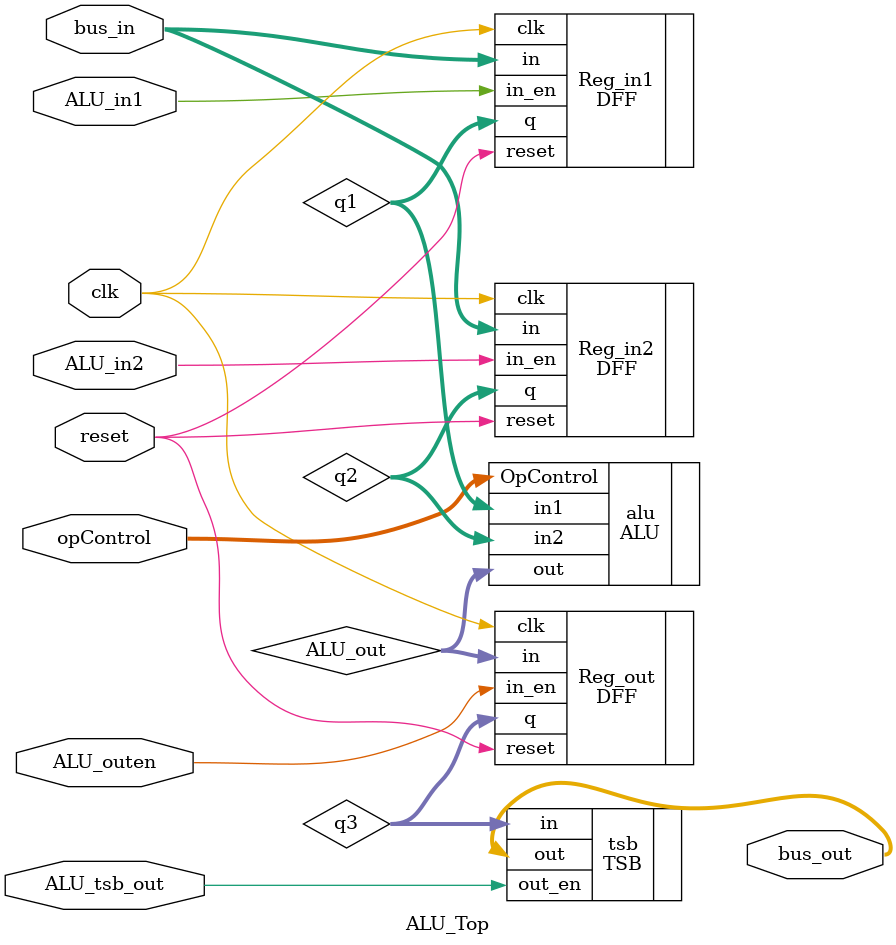
<source format=v>
/*
Top level module for Final Project - Part 1 "The ALU"
Author: Johnathan Banks
*/

module ALU_Top(
// Inputs
	input			reset,
	input 			clk,
	input	[15:0]	bus_in,			// Input from bus		
	input			ALU_in1,		// Input enable for in1 of ALU
	input			ALU_in2,		// Input enable for in2 of ALU
	input	[3:0]	opControl,		// Operation Controller for ALU
	input			ALU_outen,		// Input enable for output register of ALU
	input			ALU_tsb_out,	// Output enable for TSB on output of ALU
//outputs
	output wire [15:0] bus_out); // Output to bus from ALU->outReg->TSB

// Instantiate Reg_in1 & Reg_in2
wire [15:0] q1;
DFF Reg_in1 (	.clk	(clk),
				.reset	(reset),
				.in		(bus_in),
				.in_en	(ALU_in1),
				.q		(q1));

wire [15:0] q2;
DFF Reg_in2 (	.clk	(clk),
				.reset	(reset),
				.in		(bus_in),
				.in_en	(ALU_in2),
				.q		(q2));

// Instantiate ALU
wire [15:0]	ALU_out;
ALU alu		(	.in1		(q1),
				.in2		(q2),
				.OpControl	(opControl),
				.out		(ALU_out));

// Instantiate output Register
wire [15:0] q3;
DFF Reg_out (	.clk	(clk),
				.reset	(reset),
				.in		(ALU_out),
				.in_en	(ALU_outen),
				.q		(q3));

// Instantiate Output TSB
TSB tsb (	.in		(q3),
						.out_en	(ALU_tsb_out),
						.out	(bus_out));

endmodule
</source>
